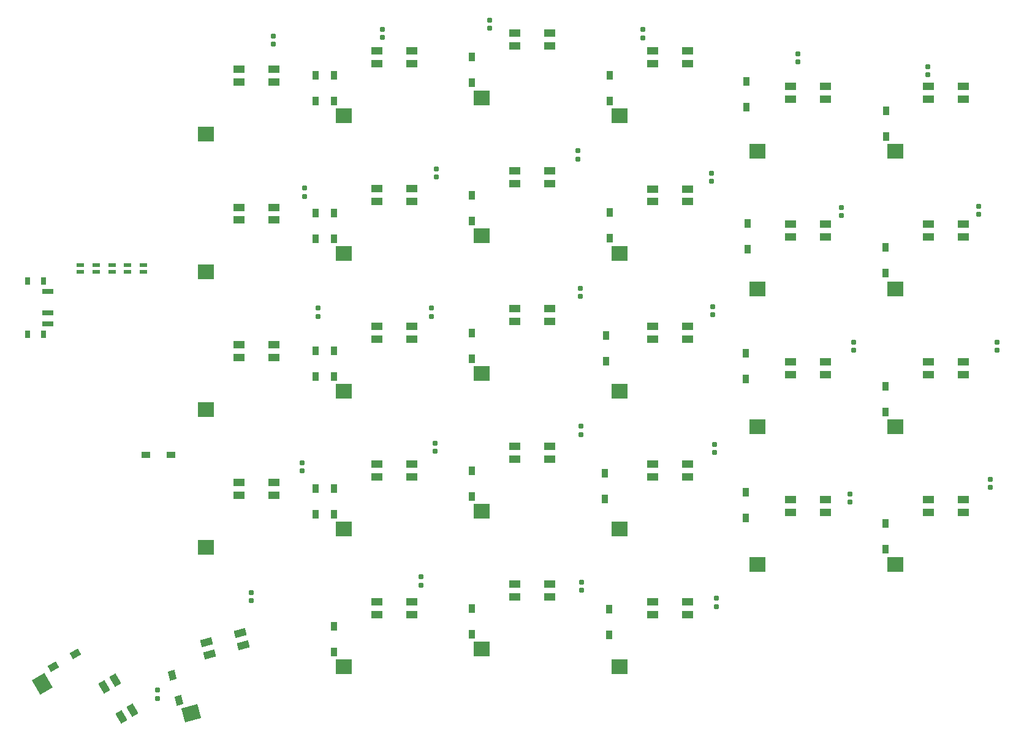
<source format=gtp>
G04 #@! TF.GenerationSoftware,KiCad,Pcbnew,8.99.0-3407-g6a48e2c35a*
G04 #@! TF.CreationDate,2025-02-22T10:59:18+00:00*
G04 #@! TF.ProjectId,DragonBoard,44726167-6f6e-4426-9f61-72642e6b6963,rev?*
G04 #@! TF.SameCoordinates,Original*
G04 #@! TF.FileFunction,Paste,Top*
G04 #@! TF.FilePolarity,Positive*
%FSLAX46Y46*%
G04 Gerber Fmt 4.6, Leading zero omitted, Abs format (unit mm)*
G04 Created by KiCad (PCBNEW 8.99.0-3407-g6a48e2c35a) date 2025-02-22 10:59:18*
%MOMM*%
%LPD*%
G01*
G04 APERTURE LIST*
G04 Aperture macros list*
%AMRoundRect*
0 Rectangle with rounded corners*
0 $1 Rounding radius*
0 $2 $3 $4 $5 $6 $7 $8 $9 X,Y pos of 4 corners*
0 Add a 4 corners polygon primitive as box body*
4,1,4,$2,$3,$4,$5,$6,$7,$8,$9,$2,$3,0*
0 Add four circle primitives for the rounded corners*
1,1,$1+$1,$2,$3*
1,1,$1+$1,$4,$5*
1,1,$1+$1,$6,$7*
1,1,$1+$1,$8,$9*
0 Add four rect primitives between the rounded corners*
20,1,$1+$1,$2,$3,$4,$5,0*
20,1,$1+$1,$4,$5,$6,$7,0*
20,1,$1+$1,$6,$7,$8,$9,0*
20,1,$1+$1,$8,$9,$2,$3,0*%
%AMRotRect*
0 Rectangle, with rotation*
0 The origin of the aperture is its center*
0 $1 length*
0 $2 width*
0 $3 Rotation angle, in degrees counterclockwise*
0 Add horizontal line*
21,1,$1,$2,0,0,$3*%
G04 Aperture macros list end*
%ADD10RoundRect,0.155000X-0.155000X0.212500X-0.155000X-0.212500X0.155000X-0.212500X0.155000X0.212500X0*%
%ADD11RoundRect,0.155000X0.155000X-0.212500X0.155000X0.212500X-0.155000X0.212500X-0.155000X-0.212500X0*%
%ADD12R,0.800000X1.000000*%
%ADD13R,1.500000X0.700000*%
%ADD14R,1.000000X0.600000*%
%ADD15R,0.950000X1.300000*%
%ADD16R,1.300000X0.950000*%
%ADD17RotRect,1.300000X0.950000X210.000000*%
%ADD18RotRect,1.300000X0.950000X285.000000*%
%ADD19R,1.600000X1.000000*%
%ADD20R,2.300000X2.000000*%
%ADD21RotRect,1.600000X1.000000X120.000000*%
%ADD22RotRect,2.300000X2.000000X300.000000*%
%ADD23RotRect,1.600000X1.000000X195.000000*%
%ADD24RotRect,2.300000X2.000000X15.000000*%
G04 APERTURE END LIST*
D10*
X106889364Y-129515140D03*
X106889364Y-130650140D03*
X119839120Y-116015140D03*
X119839120Y-117150140D03*
X143255833Y-113855140D03*
X143255833Y-114990140D03*
X165454658Y-114555140D03*
X165454658Y-115690140D03*
X184069196Y-116805140D03*
X184069196Y-117940140D03*
X126839120Y-98055140D03*
X126839120Y-99190140D03*
X145253684Y-95355140D03*
X145253684Y-96490140D03*
X165380369Y-93005140D03*
X165380369Y-94140140D03*
X183839120Y-95515140D03*
X183839120Y-96650140D03*
X202542030Y-102355140D03*
X202542030Y-103490140D03*
X221974393Y-100355140D03*
X221974393Y-101490140D03*
X129056706Y-76655140D03*
X129056706Y-77790140D03*
X144702222Y-76655140D03*
X144702222Y-77790140D03*
X165269703Y-73905140D03*
X165269703Y-75040140D03*
X183612382Y-76455140D03*
X183612382Y-77590140D03*
X203051709Y-81355140D03*
X203051709Y-82490140D03*
X222900721Y-81355140D03*
X222900721Y-82490140D03*
X220339120Y-62555140D03*
X220339120Y-63690140D03*
X201327253Y-62752461D03*
X201327253Y-63887461D03*
X183410472Y-58015140D03*
X183410472Y-59150140D03*
X164997376Y-54904941D03*
X164997376Y-56039941D03*
X145366286Y-57405140D03*
X145366286Y-58540140D03*
X127221645Y-60089896D03*
X127221645Y-61224896D03*
X213339120Y-43268011D03*
X213339120Y-44403011D03*
X195339120Y-41515140D03*
X195339120Y-42650140D03*
X173917436Y-38155140D03*
X173917436Y-39290140D03*
D11*
X152805145Y-37950140D03*
X152805145Y-36815140D03*
D10*
X137977485Y-38105140D03*
X137977485Y-39240140D03*
X122839120Y-39015140D03*
X122839120Y-40150140D03*
D12*
X91094100Y-72952600D03*
X88884100Y-72952600D03*
X91094100Y-80252600D03*
X88884100Y-80252600D03*
D13*
X91744100Y-74352600D03*
X91744100Y-77352600D03*
X91744100Y-78852600D03*
D14*
X102739100Y-71652600D03*
X102739100Y-70752600D03*
X100639100Y-71652600D03*
X100639100Y-70752600D03*
X98439100Y-71652600D03*
X98439100Y-70752600D03*
D15*
X128705000Y-44452000D03*
X128705000Y-48002000D03*
X131245000Y-44455000D03*
X131245000Y-48005000D03*
X150345000Y-41955000D03*
X150345000Y-45505000D03*
X169345000Y-44455000D03*
X169345000Y-48005000D03*
X188239100Y-45327600D03*
X188239100Y-48877600D03*
X207545000Y-49355000D03*
X207545000Y-52905000D03*
X128705000Y-82555000D03*
X128705000Y-86105000D03*
X128705000Y-101655000D03*
X128705000Y-105205000D03*
D16*
X105225000Y-97000000D03*
X108775000Y-97000000D03*
D17*
X95544195Y-124463500D03*
X92469805Y-126238500D03*
D14*
X96229100Y-71654900D03*
X96229100Y-70754900D03*
D15*
X128705000Y-63555000D03*
X128705000Y-67105000D03*
X131245000Y-63555000D03*
X131245000Y-67105000D03*
X150345000Y-61045000D03*
X150345000Y-64595000D03*
X169345000Y-63455000D03*
X169345000Y-67005000D03*
X188439100Y-64927600D03*
X188439100Y-68477600D03*
X207445000Y-68255000D03*
X207445000Y-71805000D03*
D18*
X108914596Y-127446482D03*
X109833404Y-130875518D03*
D15*
X150345000Y-80145000D03*
X150345000Y-83695000D03*
X168839100Y-80427600D03*
X168839100Y-83977600D03*
X188139100Y-82927600D03*
X188139100Y-86477600D03*
X207445000Y-87455000D03*
X207445000Y-91005000D03*
X131245000Y-120655000D03*
X131245000Y-124205000D03*
X150345000Y-118245000D03*
X150345000Y-121795000D03*
X207495000Y-106455000D03*
X207495000Y-110005000D03*
X131245000Y-101655000D03*
X131245000Y-105205000D03*
X150345000Y-99145000D03*
X150345000Y-102695000D03*
X168639100Y-99527600D03*
X168639100Y-103077600D03*
X188139100Y-102127600D03*
X188139100Y-105677600D03*
X131245000Y-82555000D03*
X131245000Y-86105000D03*
X169239100Y-118327600D03*
X169239100Y-121877600D03*
D19*
X180100000Y-117324999D03*
X180100000Y-119074999D03*
X175300000Y-119074999D03*
X175300000Y-117324999D03*
D20*
X170700000Y-126279999D03*
D19*
X180100000Y-60177640D03*
X180100000Y-61927640D03*
X175300000Y-61927640D03*
X175300000Y-60177640D03*
D20*
X170700000Y-69132640D03*
D19*
X218200000Y-65074999D03*
X218200000Y-66824999D03*
X213400000Y-66824999D03*
X213400000Y-65074999D03*
D20*
X208800000Y-74029999D03*
D19*
X180100000Y-79225000D03*
X180100000Y-80975000D03*
X175300000Y-80975000D03*
X175300000Y-79225000D03*
D20*
X170700000Y-88180000D03*
D19*
X218200000Y-84124999D03*
X218200000Y-85874999D03*
X213400000Y-85874999D03*
X213400000Y-84124999D03*
D20*
X208800000Y-93079999D03*
D19*
X218200000Y-103175000D03*
X218200000Y-104925000D03*
X213400000Y-104925000D03*
X213400000Y-103175000D03*
D20*
X208800000Y-112130000D03*
D19*
X122950000Y-81725000D03*
X122950000Y-83475000D03*
X118150000Y-83475000D03*
X118150000Y-81725000D03*
D20*
X113550000Y-90680000D03*
D19*
X199150000Y-46025000D03*
X199150000Y-47775000D03*
X194350000Y-47775000D03*
X194350000Y-46025000D03*
D20*
X189750000Y-54980000D03*
D19*
X199150000Y-84125000D03*
X199150000Y-85875000D03*
X194350000Y-85875000D03*
X194350000Y-84125000D03*
D20*
X189750000Y-93080000D03*
D21*
X103432116Y-132293601D03*
X101916571Y-133168601D03*
X99516571Y-129011679D03*
X101032116Y-128136679D03*
D22*
X90976858Y-128630462D03*
D19*
X199150000Y-103175000D03*
X199150000Y-104925000D03*
X194350000Y-104925000D03*
X194350000Y-103175000D03*
D20*
X189750000Y-112130000D03*
D19*
X122950000Y-100775000D03*
X122950000Y-102525000D03*
X118150000Y-102525000D03*
X118150000Y-100775000D03*
D20*
X113550000Y-109730000D03*
D19*
X122950000Y-62725000D03*
X122950000Y-64475000D03*
X118150000Y-64475000D03*
X118150000Y-62725000D03*
D20*
X113550000Y-71680000D03*
D19*
X142000000Y-60175000D03*
X142000000Y-61925000D03*
X137200000Y-61925000D03*
X137200000Y-60175000D03*
D20*
X132600000Y-69130000D03*
D19*
X161050002Y-38625002D03*
X161050004Y-40375000D03*
X156250000Y-40375000D03*
X156250005Y-38625001D03*
D20*
X151650002Y-47580001D03*
D19*
X180100000Y-41125000D03*
X180100000Y-42875000D03*
X175300000Y-42875000D03*
X175300000Y-41125000D03*
D20*
X170700000Y-50080000D03*
D19*
X199150000Y-65075000D03*
X199150000Y-66825000D03*
X194350000Y-66825000D03*
X194350000Y-65075000D03*
D20*
X189750000Y-74030000D03*
D19*
X161050000Y-114824999D03*
X161050000Y-116574999D03*
X156250000Y-116574999D03*
X156250000Y-114824999D03*
D20*
X151650000Y-123779999D03*
D19*
X142000002Y-41125002D03*
X142000004Y-42875000D03*
X137200000Y-42875000D03*
X137200005Y-41125001D03*
D20*
X132600002Y-50080001D03*
D19*
X122949997Y-43624998D03*
X122950000Y-45374996D03*
X118149997Y-45374997D03*
X118150000Y-43624998D03*
D20*
X113549999Y-52579998D03*
D19*
X161050000Y-57675000D03*
X161050000Y-59425000D03*
X156250000Y-59425000D03*
X156250000Y-57675000D03*
D20*
X151650000Y-66630000D03*
D19*
X161050000Y-95775000D03*
X161050000Y-97525000D03*
X156250000Y-97525000D03*
X156250000Y-95775000D03*
D20*
X151650000Y-104730000D03*
D19*
X142000000Y-98274999D03*
X142000000Y-100024999D03*
X137200000Y-100024999D03*
X137200000Y-98274999D03*
D20*
X132600000Y-107229999D03*
D19*
X142000000Y-117325000D03*
X142000000Y-119075000D03*
X137200000Y-119075000D03*
X137200000Y-117325000D03*
D20*
X132600000Y-126280000D03*
D19*
X180100000Y-98275000D03*
X180100000Y-100025000D03*
X175300000Y-100025000D03*
X175300000Y-98275000D03*
D20*
X170700000Y-107230000D03*
D14*
X104929100Y-71652600D03*
X104929100Y-70752600D03*
D19*
X161050000Y-76725000D03*
X161050000Y-78475000D03*
X156250000Y-78475000D03*
X156250000Y-76725000D03*
D20*
X151650000Y-85680000D03*
D19*
X142000000Y-79225000D03*
X142000000Y-80975000D03*
X137200000Y-80975000D03*
X137200000Y-79225000D03*
D20*
X132600000Y-88180000D03*
D19*
X218200000Y-46025000D03*
X218200000Y-47775000D03*
X213400000Y-47775000D03*
X213400000Y-46025000D03*
D20*
X208800000Y-54980000D03*
D23*
X118268248Y-121621059D03*
X118721184Y-123311426D03*
X114084737Y-124553759D03*
X113631807Y-122863389D03*
D24*
X111506272Y-132703823D03*
M02*

</source>
